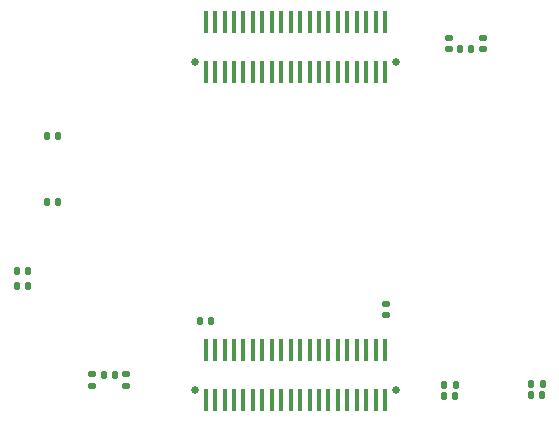
<source format=gbr>
%TF.GenerationSoftware,KiCad,Pcbnew,(6.0.4)*%
%TF.CreationDate,2023-02-01T13:33:48+08:00*%
%TF.ProjectId,Core_M4,436f7265-5f4d-4342-9e6b-696361645f70,rev?*%
%TF.SameCoordinates,Original*%
%TF.FileFunction,Soldermask,Bot*%
%TF.FilePolarity,Negative*%
%FSLAX46Y46*%
G04 Gerber Fmt 4.6, Leading zero omitted, Abs format (unit mm)*
G04 Created by KiCad (PCBNEW (6.0.4)) date 2023-02-01 13:33:48*
%MOMM*%
%LPD*%
G01*
G04 APERTURE LIST*
G04 Aperture macros list*
%AMRoundRect*
0 Rectangle with rounded corners*
0 $1 Rounding radius*
0 $2 $3 $4 $5 $6 $7 $8 $9 X,Y pos of 4 corners*
0 Add a 4 corners polygon primitive as box body*
4,1,4,$2,$3,$4,$5,$6,$7,$8,$9,$2,$3,0*
0 Add four circle primitives for the rounded corners*
1,1,$1+$1,$2,$3*
1,1,$1+$1,$4,$5*
1,1,$1+$1,$6,$7*
1,1,$1+$1,$8,$9*
0 Add four rect primitives between the rounded corners*
20,1,$1+$1,$2,$3,$4,$5,0*
20,1,$1+$1,$4,$5,$6,$7,0*
20,1,$1+$1,$6,$7,$8,$9,0*
20,1,$1+$1,$8,$9,$2,$3,0*%
G04 Aperture macros list end*
%ADD10RoundRect,0.140000X-0.140000X-0.170000X0.140000X-0.170000X0.140000X0.170000X-0.140000X0.170000X0*%
%ADD11RoundRect,0.140000X0.170000X-0.140000X0.170000X0.140000X-0.170000X0.140000X-0.170000X-0.140000X0*%
%ADD12RoundRect,0.135000X0.135000X0.185000X-0.135000X0.185000X-0.135000X-0.185000X0.135000X-0.185000X0*%
%ADD13RoundRect,0.135000X-0.135000X-0.185000X0.135000X-0.185000X0.135000X0.185000X-0.135000X0.185000X0*%
%ADD14RoundRect,0.140000X-0.170000X0.140000X-0.170000X-0.140000X0.170000X-0.140000X0.170000X0.140000X0*%
%ADD15RoundRect,0.140000X0.140000X0.170000X-0.140000X0.170000X-0.140000X-0.170000X0.140000X-0.170000X0*%
%ADD16C,0.650000*%
%ADD17R,0.400000X1.945000*%
G04 APERTURE END LIST*
D10*
%TO.C,C29*%
X37260000Y-73520000D03*
X38220000Y-73520000D03*
%TD*%
D11*
%TO.C,C9*%
X43670000Y-83210000D03*
X43670000Y-82250000D03*
%TD*%
D10*
%TO.C,C24*%
X80820000Y-84030000D03*
X81780000Y-84030000D03*
%TD*%
D12*
%TO.C,R4*%
X81810000Y-83030000D03*
X80790000Y-83030000D03*
%TD*%
D13*
%TO.C,R3*%
X73410000Y-83110000D03*
X74430000Y-83110000D03*
%TD*%
D10*
%TO.C,C27*%
X39800000Y-62090000D03*
X40760000Y-62090000D03*
%TD*%
D14*
%TO.C,C17*%
X68570000Y-76290000D03*
X68570000Y-77250000D03*
%TD*%
D15*
%TO.C,C26*%
X40760000Y-67660000D03*
X39800000Y-67660000D03*
%TD*%
D10*
%TO.C,C31*%
X37260000Y-74800000D03*
X38220000Y-74800000D03*
%TD*%
D11*
%TO.C,C2*%
X46540000Y-83200000D03*
X46540000Y-82240000D03*
%TD*%
D16*
%TO.C,CN2*%
X69360000Y-55790000D03*
X52360000Y-55790000D03*
D17*
X68460000Y-56688000D03*
X68460000Y-52394000D03*
X67660000Y-56688000D03*
X67660000Y-52394000D03*
X66860000Y-56688000D03*
X66860000Y-52394000D03*
X66060000Y-56688000D03*
X66060000Y-52394000D03*
X65260000Y-56688000D03*
X65260000Y-52394000D03*
X64460000Y-56688000D03*
X64460000Y-52394000D03*
X63660000Y-56688000D03*
X63660000Y-52394000D03*
X62860000Y-56688000D03*
X62860000Y-52394000D03*
X62060000Y-56688000D03*
X62060000Y-52394000D03*
X61260000Y-56688000D03*
X61260000Y-52394000D03*
X60460000Y-56688000D03*
X60460000Y-52394000D03*
X59660000Y-56688000D03*
X59660000Y-52394000D03*
X58860000Y-56688000D03*
X58860000Y-52394000D03*
X58060000Y-56688000D03*
X58060000Y-52394000D03*
X57260000Y-56688000D03*
X57260000Y-52392000D03*
X56460000Y-56688000D03*
X56460000Y-52392000D03*
X55660000Y-56688000D03*
X55660000Y-52392000D03*
X54860000Y-56688000D03*
X54860000Y-52392000D03*
X54060000Y-56688000D03*
X54060000Y-52392000D03*
X53260000Y-56688000D03*
X53260000Y-52392000D03*
%TD*%
D10*
%TO.C,C10*%
X44620000Y-82280000D03*
X45580000Y-82280000D03*
%TD*%
%TO.C,C13*%
X52770000Y-77720000D03*
X53730000Y-77720000D03*
%TD*%
D16*
%TO.C,CN1*%
X69360000Y-83560000D03*
X52360000Y-83560000D03*
D17*
X68460000Y-84458000D03*
X68460000Y-80164000D03*
X67660000Y-84458000D03*
X67660000Y-80164000D03*
X66860000Y-84458000D03*
X66860000Y-80164000D03*
X66060000Y-84458000D03*
X66060000Y-80164000D03*
X65260000Y-84458000D03*
X65260000Y-80164000D03*
X64460000Y-84458000D03*
X64460000Y-80164000D03*
X63660000Y-84458000D03*
X63660000Y-80164000D03*
X62860000Y-84458000D03*
X62860000Y-80164000D03*
X62060000Y-84458000D03*
X62060000Y-80164000D03*
X61260000Y-84458000D03*
X61260000Y-80164000D03*
X60460000Y-84458000D03*
X60460000Y-80164000D03*
X59660000Y-84458000D03*
X59660000Y-80164000D03*
X58860000Y-84458000D03*
X58860000Y-80164000D03*
X58060000Y-84458000D03*
X58060000Y-80164000D03*
X57260000Y-84458000D03*
X57260000Y-80162000D03*
X56460000Y-84458000D03*
X56460000Y-80162000D03*
X55660000Y-84458000D03*
X55660000Y-80162000D03*
X54860000Y-84458000D03*
X54860000Y-80162000D03*
X54060000Y-84458000D03*
X54060000Y-80162000D03*
X53260000Y-84458000D03*
X53260000Y-80162000D03*
%TD*%
D10*
%TO.C,C25*%
X73430000Y-84120000D03*
X74390000Y-84120000D03*
%TD*%
D15*
%TO.C,C36*%
X75755000Y-54700000D03*
X74795000Y-54700000D03*
%TD*%
D14*
%TO.C,C34*%
X73830000Y-53770000D03*
X73830000Y-54730000D03*
%TD*%
%TO.C,C35*%
X76720000Y-53770000D03*
X76720000Y-54730000D03*
%TD*%
M02*

</source>
